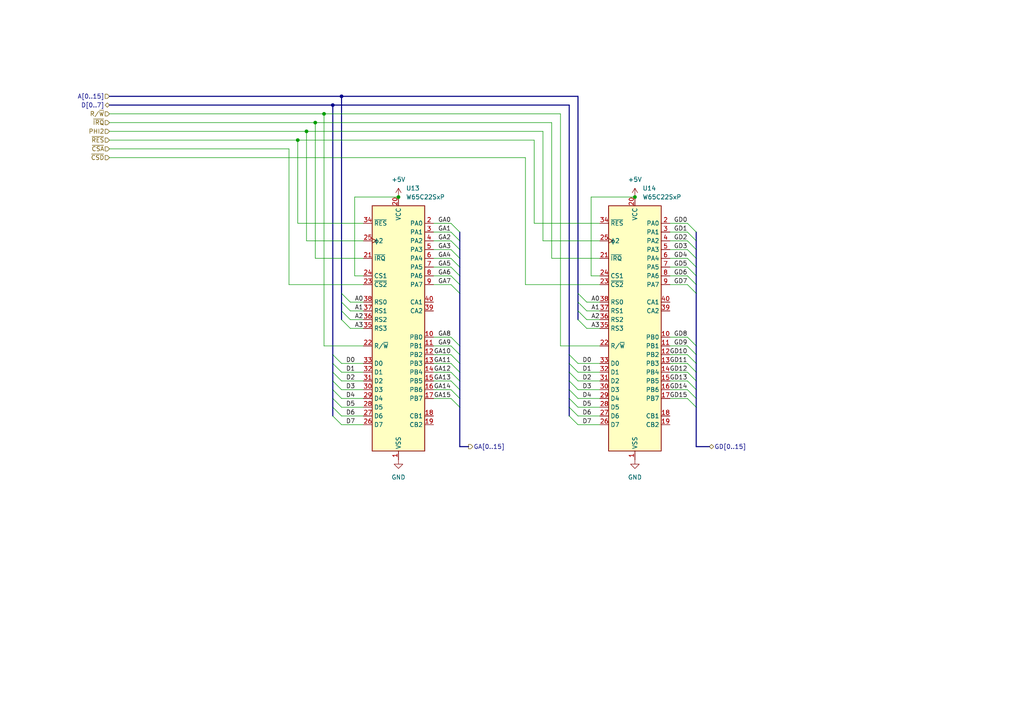
<source format=kicad_sch>
(kicad_sch (version 20230121) (generator eeschema)

  (uuid 264d3aea-46db-4176-b36a-5490946d8ce7)

  (paper "A4")

  (lib_symbols
    (symbol "PCM_65xx-library:W65C22SxP" (in_bom yes) (on_board yes)
      (property "Reference" "U" (at 2.54 40.64 0)
        (effects (font (size 1.27 1.27)) (justify left))
      )
      (property "Value" "W65C22SxP" (at 2.54 38.1 0)
        (effects (font (size 1.27 1.27)) (justify left))
      )
      (property "Footprint" "Package_DIP:DIP-40_W15.24mm" (at 0 50.8 0)
        (effects (font (size 1.27 1.27)) hide)
      )
      (property "Datasheet" "http://www.westerndesigncenter.com/wdc/documentation/w65c22.pdf" (at 0 48.26 0)
        (effects (font (size 1.27 1.27)) hide)
      )
      (property "ki_keywords" "6522 65C22 VIA I/O" (at 0 0 0)
        (effects (font (size 1.27 1.27)) hide)
      )
      (property "ki_description" "CMOS Versatile Interface Adapter (VIA), 20-pin I/O, 2 Timer/Counters, DIP-40" (at 0 0 0)
        (effects (font (size 1.27 1.27)) hide)
      )
      (property "ki_fp_filters" "DIP*W15.24mm*" (at 0 0 0)
        (effects (font (size 1.27 1.27)) hide)
      )
      (symbol "W65C22SxP_0_1"
        (rectangle (start -7.62 35.56) (end 7.62 -35.56)
          (stroke (width 0.254) (type default))
          (fill (type background))
        )
      )
      (symbol "W65C22SxP_1_1"
        (pin power_in line (at 0 -38.1 90) (length 2.54)
          (name "VSS" (effects (font (size 1.27 1.27))))
          (number "1" (effects (font (size 1.27 1.27))))
        )
        (pin bidirectional line (at 10.16 -2.54 180) (length 2.54)
          (name "PB0" (effects (font (size 1.27 1.27))))
          (number "10" (effects (font (size 1.27 1.27))))
        )
        (pin bidirectional line (at 10.16 -5.08 180) (length 2.54)
          (name "PB1" (effects (font (size 1.27 1.27))))
          (number "11" (effects (font (size 1.27 1.27))))
        )
        (pin bidirectional line (at 10.16 -7.62 180) (length 2.54)
          (name "PB2" (effects (font (size 1.27 1.27))))
          (number "12" (effects (font (size 1.27 1.27))))
        )
        (pin bidirectional line (at 10.16 -10.16 180) (length 2.54)
          (name "PB3" (effects (font (size 1.27 1.27))))
          (number "13" (effects (font (size 1.27 1.27))))
        )
        (pin bidirectional line (at 10.16 -12.7 180) (length 2.54)
          (name "PB4" (effects (font (size 1.27 1.27))))
          (number "14" (effects (font (size 1.27 1.27))))
        )
        (pin bidirectional line (at 10.16 -15.24 180) (length 2.54)
          (name "PB5" (effects (font (size 1.27 1.27))))
          (number "15" (effects (font (size 1.27 1.27))))
        )
        (pin bidirectional line (at 10.16 -17.78 180) (length 2.54)
          (name "PB6" (effects (font (size 1.27 1.27))))
          (number "16" (effects (font (size 1.27 1.27))))
        )
        (pin bidirectional line (at 10.16 -20.32 180) (length 2.54)
          (name "PB7" (effects (font (size 1.27 1.27))))
          (number "17" (effects (font (size 1.27 1.27))))
        )
        (pin input line (at 10.16 -25.4 180) (length 2.54)
          (name "CB1" (effects (font (size 1.27 1.27))))
          (number "18" (effects (font (size 1.27 1.27))))
        )
        (pin bidirectional line (at 10.16 -27.94 180) (length 2.54)
          (name "CB2" (effects (font (size 1.27 1.27))))
          (number "19" (effects (font (size 1.27 1.27))))
        )
        (pin bidirectional line (at 10.16 30.48 180) (length 2.54)
          (name "PA0" (effects (font (size 1.27 1.27))))
          (number "2" (effects (font (size 1.27 1.27))))
        )
        (pin power_in line (at 0 38.1 270) (length 2.54)
          (name "VCC" (effects (font (size 1.27 1.27))))
          (number "20" (effects (font (size 1.27 1.27))))
        )
        (pin output line (at -10.16 20.32 0) (length 2.54)
          (name "~{IRQ}" (effects (font (size 1.27 1.27))))
          (number "21" (effects (font (size 1.27 1.27))))
        )
        (pin input line (at -10.16 -5.08 0) (length 2.54)
          (name "R/~{W}" (effects (font (size 1.27 1.27))))
          (number "22" (effects (font (size 1.27 1.27))))
        )
        (pin input line (at -10.16 12.7 0) (length 2.54)
          (name "~{CS2}" (effects (font (size 1.27 1.27))))
          (number "23" (effects (font (size 1.27 1.27))))
        )
        (pin input line (at -10.16 15.24 0) (length 2.54)
          (name "CS1" (effects (font (size 1.27 1.27))))
          (number "24" (effects (font (size 1.27 1.27))))
        )
        (pin input clock (at -10.16 25.4 0) (length 2.54)
          (name "ϕ2" (effects (font (size 1.27 1.27))))
          (number "25" (effects (font (size 1.27 1.27))))
        )
        (pin bidirectional line (at -10.16 -27.94 0) (length 2.54)
          (name "D7" (effects (font (size 1.27 1.27))))
          (number "26" (effects (font (size 1.27 1.27))))
        )
        (pin bidirectional line (at -10.16 -25.4 0) (length 2.54)
          (name "D6" (effects (font (size 1.27 1.27))))
          (number "27" (effects (font (size 1.27 1.27))))
        )
        (pin bidirectional line (at -10.16 -22.86 0) (length 2.54)
          (name "D5" (effects (font (size 1.27 1.27))))
          (number "28" (effects (font (size 1.27 1.27))))
        )
        (pin bidirectional line (at -10.16 -20.32 0) (length 2.54)
          (name "D4" (effects (font (size 1.27 1.27))))
          (number "29" (effects (font (size 1.27 1.27))))
        )
        (pin bidirectional line (at 10.16 27.94 180) (length 2.54)
          (name "PA1" (effects (font (size 1.27 1.27))))
          (number "3" (effects (font (size 1.27 1.27))))
        )
        (pin bidirectional line (at -10.16 -17.78 0) (length 2.54)
          (name "D3" (effects (font (size 1.27 1.27))))
          (number "30" (effects (font (size 1.27 1.27))))
        )
        (pin bidirectional line (at -10.16 -15.24 0) (length 2.54)
          (name "D2" (effects (font (size 1.27 1.27))))
          (number "31" (effects (font (size 1.27 1.27))))
        )
        (pin bidirectional line (at -10.16 -12.7 0) (length 2.54)
          (name "D1" (effects (font (size 1.27 1.27))))
          (number "32" (effects (font (size 1.27 1.27))))
        )
        (pin bidirectional line (at -10.16 -10.16 0) (length 2.54)
          (name "D0" (effects (font (size 1.27 1.27))))
          (number "33" (effects (font (size 1.27 1.27))))
        )
        (pin input line (at -10.16 30.48 0) (length 2.54)
          (name "~{RES}" (effects (font (size 1.27 1.27))))
          (number "34" (effects (font (size 1.27 1.27))))
        )
        (pin input line (at -10.16 0 0) (length 2.54)
          (name "RS3" (effects (font (size 1.27 1.27))))
          (number "35" (effects (font (size 1.27 1.27))))
        )
        (pin input line (at -10.16 2.54 0) (length 2.54)
          (name "RS2" (effects (font (size 1.27 1.27))))
          (number "36" (effects (font (size 1.27 1.27))))
        )
        (pin input line (at -10.16 5.08 0) (length 2.54)
          (name "RS1" (effects (font (size 1.27 1.27))))
          (number "37" (effects (font (size 1.27 1.27))))
        )
        (pin input line (at -10.16 7.62 0) (length 2.54)
          (name "RS0" (effects (font (size 1.27 1.27))))
          (number "38" (effects (font (size 1.27 1.27))))
        )
        (pin bidirectional line (at 10.16 5.08 180) (length 2.54)
          (name "CA2" (effects (font (size 1.27 1.27))))
          (number "39" (effects (font (size 1.27 1.27))))
        )
        (pin bidirectional line (at 10.16 25.4 180) (length 2.54)
          (name "PA2" (effects (font (size 1.27 1.27))))
          (number "4" (effects (font (size 1.27 1.27))))
        )
        (pin input line (at 10.16 7.62 180) (length 2.54)
          (name "CA1" (effects (font (size 1.27 1.27))))
          (number "40" (effects (font (size 1.27 1.27))))
        )
        (pin bidirectional line (at 10.16 22.86 180) (length 2.54)
          (name "PA3" (effects (font (size 1.27 1.27))))
          (number "5" (effects (font (size 1.27 1.27))))
        )
        (pin bidirectional line (at 10.16 20.32 180) (length 2.54)
          (name "PA4" (effects (font (size 1.27 1.27))))
          (number "6" (effects (font (size 1.27 1.27))))
        )
        (pin bidirectional line (at 10.16 17.78 180) (length 2.54)
          (name "PA5" (effects (font (size 1.27 1.27))))
          (number "7" (effects (font (size 1.27 1.27))))
        )
        (pin bidirectional line (at 10.16 15.24 180) (length 2.54)
          (name "PA6" (effects (font (size 1.27 1.27))))
          (number "8" (effects (font (size 1.27 1.27))))
        )
        (pin bidirectional line (at 10.16 12.7 180) (length 2.54)
          (name "PA7" (effects (font (size 1.27 1.27))))
          (number "9" (effects (font (size 1.27 1.27))))
        )
      )
    )
    (symbol "power:+5V" (power) (pin_names (offset 0)) (in_bom yes) (on_board yes)
      (property "Reference" "#PWR" (at 0 -3.81 0)
        (effects (font (size 1.27 1.27)) hide)
      )
      (property "Value" "+5V" (at 0 3.556 0)
        (effects (font (size 1.27 1.27)))
      )
      (property "Footprint" "" (at 0 0 0)
        (effects (font (size 1.27 1.27)) hide)
      )
      (property "Datasheet" "" (at 0 0 0)
        (effects (font (size 1.27 1.27)) hide)
      )
      (property "ki_keywords" "global power" (at 0 0 0)
        (effects (font (size 1.27 1.27)) hide)
      )
      (property "ki_description" "Power symbol creates a global label with name \"+5V\"" (at 0 0 0)
        (effects (font (size 1.27 1.27)) hide)
      )
      (symbol "+5V_0_1"
        (polyline
          (pts
            (xy -0.762 1.27)
            (xy 0 2.54)
          )
          (stroke (width 0) (type default))
          (fill (type none))
        )
        (polyline
          (pts
            (xy 0 0)
            (xy 0 2.54)
          )
          (stroke (width 0) (type default))
          (fill (type none))
        )
        (polyline
          (pts
            (xy 0 2.54)
            (xy 0.762 1.27)
          )
          (stroke (width 0) (type default))
          (fill (type none))
        )
      )
      (symbol "+5V_1_1"
        (pin power_in line (at 0 0 90) (length 0) hide
          (name "+5V" (effects (font (size 1.27 1.27))))
          (number "1" (effects (font (size 1.27 1.27))))
        )
      )
    )
    (symbol "power:GND" (power) (pin_names (offset 0)) (in_bom yes) (on_board yes)
      (property "Reference" "#PWR" (at 0 -6.35 0)
        (effects (font (size 1.27 1.27)) hide)
      )
      (property "Value" "GND" (at 0 -3.81 0)
        (effects (font (size 1.27 1.27)))
      )
      (property "Footprint" "" (at 0 0 0)
        (effects (font (size 1.27 1.27)) hide)
      )
      (property "Datasheet" "" (at 0 0 0)
        (effects (font (size 1.27 1.27)) hide)
      )
      (property "ki_keywords" "global power" (at 0 0 0)
        (effects (font (size 1.27 1.27)) hide)
      )
      (property "ki_description" "Power symbol creates a global label with name \"GND\" , ground" (at 0 0 0)
        (effects (font (size 1.27 1.27)) hide)
      )
      (symbol "GND_0_1"
        (polyline
          (pts
            (xy 0 0)
            (xy 0 -1.27)
            (xy 1.27 -1.27)
            (xy 0 -2.54)
            (xy -1.27 -1.27)
            (xy 0 -1.27)
          )
          (stroke (width 0) (type default))
          (fill (type none))
        )
      )
      (symbol "GND_1_1"
        (pin power_in line (at 0 0 270) (length 0) hide
          (name "GND" (effects (font (size 1.27 1.27))))
          (number "1" (effects (font (size 1.27 1.27))))
        )
      )
    )
  )

  (junction (at 91.44 35.56) (diameter 0) (color 0 0 0 0)
    (uuid 0b95db67-5d14-44bd-bc10-3e8465dc82fb)
  )
  (junction (at 86.36 40.64) (diameter 0) (color 0 0 0 0)
    (uuid 12700302-98da-4325-bbd3-0166600d8b02)
  )
  (junction (at 184.15 57.15) (diameter 0) (color 0 0 0 0)
    (uuid 40fde06e-dbac-4269-9b43-2d6847490d89)
  )
  (junction (at 88.9 38.1) (diameter 0) (color 0 0 0 0)
    (uuid 5522e5d7-851b-4ca8-a527-410d898d37fb)
  )
  (junction (at 115.57 57.15) (diameter 0) (color 0 0 0 0)
    (uuid 64d08a41-500d-42b4-a556-ef516d82c280)
  )
  (junction (at 99.06 27.94) (diameter 0) (color 0 0 0 0)
    (uuid 788971a7-5c73-4e7e-aa9f-79574f612c91)
  )
  (junction (at 93.98 33.02) (diameter 0) (color 0 0 0 0)
    (uuid d6d482f5-2f62-485b-9995-ffaa47112a71)
  )
  (junction (at 96.52 30.48) (diameter 0) (color 0 0 0 0)
    (uuid eb1cdb0f-1234-40f3-97e0-f7eea8c831f8)
  )

  (bus_entry (at 199.39 110.49) (size 2.54 2.54)
    (stroke (width 0) (type default))
    (uuid 001a6b45-4345-4e25-a921-f5429c0aec7e)
  )
  (bus_entry (at 96.52 102.87) (size 2.54 2.54)
    (stroke (width 0) (type default))
    (uuid 03af1078-1d3d-42b4-8cb4-d0d978f808b9)
  )
  (bus_entry (at 96.52 113.03) (size 2.54 2.54)
    (stroke (width 0) (type default))
    (uuid 067bfaea-4979-4777-9e07-fa9c84f3a720)
  )
  (bus_entry (at 130.81 80.01) (size 2.54 2.54)
    (stroke (width 0) (type default))
    (uuid 0b0833c6-c452-44fe-acd1-baaa73dd4ca7)
  )
  (bus_entry (at 130.81 113.03) (size 2.54 2.54)
    (stroke (width 0) (type default))
    (uuid 10a8a1a2-3183-4b8b-835a-e108dc94c958)
  )
  (bus_entry (at 130.81 72.39) (size 2.54 2.54)
    (stroke (width 0) (type default))
    (uuid 16b0c933-14ab-406c-a9db-a5ef34413d32)
  )
  (bus_entry (at 130.81 102.87) (size 2.54 2.54)
    (stroke (width 0) (type default))
    (uuid 1cd9ed05-096b-463a-80a1-95a5d83000b7)
  )
  (bus_entry (at 199.39 115.57) (size 2.54 2.54)
    (stroke (width 0) (type default))
    (uuid 1d424efa-f6b7-4efe-9ce3-dcda3e697882)
  )
  (bus_entry (at 199.39 82.55) (size 2.54 2.54)
    (stroke (width 0) (type default))
    (uuid 1d7a7a9b-524e-43e2-8165-a40e2cff7846)
  )
  (bus_entry (at 130.81 67.31) (size 2.54 2.54)
    (stroke (width 0) (type default))
    (uuid 22819b94-028c-45dc-96e9-a72964f1365b)
  )
  (bus_entry (at 167.64 90.17) (size 2.54 2.54)
    (stroke (width 0) (type default))
    (uuid 26c4bb63-905c-4769-acf7-b24375f06fed)
  )
  (bus_entry (at 199.39 113.03) (size 2.54 2.54)
    (stroke (width 0) (type default))
    (uuid 27f3a101-22c0-4838-a00f-845b399cf827)
  )
  (bus_entry (at 199.39 69.85) (size 2.54 2.54)
    (stroke (width 0) (type default))
    (uuid 310cca40-5d7e-4d24-8e1d-1b5b1c59b783)
  )
  (bus_entry (at 130.81 97.79) (size 2.54 2.54)
    (stroke (width 0) (type default))
    (uuid 3664edd8-d7de-46f8-a172-701cc85bd018)
  )
  (bus_entry (at 199.39 67.31) (size 2.54 2.54)
    (stroke (width 0) (type default))
    (uuid 36b81edf-b343-41bb-8004-5a398f242e20)
  )
  (bus_entry (at 96.52 120.65) (size 2.54 2.54)
    (stroke (width 0) (type default))
    (uuid 39046f9d-b972-4027-a500-3b573263c5b2)
  )
  (bus_entry (at 130.81 100.33) (size 2.54 2.54)
    (stroke (width 0) (type default))
    (uuid 48984830-384d-4c9a-9678-b8ca90de1f48)
  )
  (bus_entry (at 96.52 115.57) (size 2.54 2.54)
    (stroke (width 0) (type default))
    (uuid 4da78f03-cd65-456e-8df7-22bdbcac43b9)
  )
  (bus_entry (at 165.1 107.95) (size 2.54 2.54)
    (stroke (width 0) (type default))
    (uuid 535788d2-3f1c-4bab-926b-dc913461dc98)
  )
  (bus_entry (at 96.52 110.49) (size 2.54 2.54)
    (stroke (width 0) (type default))
    (uuid 5c6b6b71-caf6-4f19-9550-115c53cf948e)
  )
  (bus_entry (at 165.1 120.65) (size 2.54 2.54)
    (stroke (width 0) (type default))
    (uuid 5d25b904-609b-4aa0-b01b-59cb07396a8d)
  )
  (bus_entry (at 165.1 115.57) (size 2.54 2.54)
    (stroke (width 0) (type default))
    (uuid 5d967cb5-73c8-40d1-9406-b003abd54468)
  )
  (bus_entry (at 99.06 85.09) (size 2.54 2.54)
    (stroke (width 0) (type default))
    (uuid 5dde9c56-e699-4112-bcf2-0ed24e4ae977)
  )
  (bus_entry (at 167.64 85.09) (size 2.54 2.54)
    (stroke (width 0) (type default))
    (uuid 628a1b01-78d4-40b5-b314-f8fa5c6cc7b7)
  )
  (bus_entry (at 199.39 77.47) (size 2.54 2.54)
    (stroke (width 0) (type default))
    (uuid 68d48572-f843-444e-a7a5-9b2ab53b705a)
  )
  (bus_entry (at 199.39 105.41) (size 2.54 2.54)
    (stroke (width 0) (type default))
    (uuid 6e16dddf-df2a-4093-96e7-51940bc4dc21)
  )
  (bus_entry (at 199.39 64.77) (size 2.54 2.54)
    (stroke (width 0) (type default))
    (uuid 747149dd-c520-45da-ab60-87c994fbbd18)
  )
  (bus_entry (at 199.39 107.95) (size 2.54 2.54)
    (stroke (width 0) (type default))
    (uuid 7552c84b-4ed5-489e-93f9-3189f2fc3126)
  )
  (bus_entry (at 165.1 102.87) (size 2.54 2.54)
    (stroke (width 0) (type default))
    (uuid 778e414f-86ad-4cc1-993b-c4588cb569f4)
  )
  (bus_entry (at 130.81 82.55) (size 2.54 2.54)
    (stroke (width 0) (type default))
    (uuid 77abb517-422e-4621-9026-e76524022899)
  )
  (bus_entry (at 130.81 110.49) (size 2.54 2.54)
    (stroke (width 0) (type default))
    (uuid 7bd991ef-de55-48a0-8c7e-4622c91ad9ef)
  )
  (bus_entry (at 130.81 64.77) (size 2.54 2.54)
    (stroke (width 0) (type default))
    (uuid 8951f5b1-d979-43c2-b309-6b9e5fda5e55)
  )
  (bus_entry (at 199.39 80.01) (size 2.54 2.54)
    (stroke (width 0) (type default))
    (uuid 8fb00df2-3199-4187-a702-fcf4791006b6)
  )
  (bus_entry (at 130.81 69.85) (size 2.54 2.54)
    (stroke (width 0) (type default))
    (uuid 91d2380d-c628-47a1-b9ba-30afc422e0ef)
  )
  (bus_entry (at 96.52 107.95) (size 2.54 2.54)
    (stroke (width 0) (type default))
    (uuid a4b16a0c-f670-4fe8-9461-fa8c47cad9ed)
  )
  (bus_entry (at 199.39 100.33) (size 2.54 2.54)
    (stroke (width 0) (type default))
    (uuid a4c6fc31-4938-4aa3-bf7c-dcf171a98aa8)
  )
  (bus_entry (at 167.64 92.71) (size 2.54 2.54)
    (stroke (width 0) (type default))
    (uuid a4ed619c-8dab-4f69-a1df-b6214242eea1)
  )
  (bus_entry (at 130.81 77.47) (size 2.54 2.54)
    (stroke (width 0) (type default))
    (uuid a739b2c8-00df-49c6-962d-f7ae6d764bd6)
  )
  (bus_entry (at 96.52 118.11) (size 2.54 2.54)
    (stroke (width 0) (type default))
    (uuid ab37ef7f-3c85-491c-873c-492a69ce9941)
  )
  (bus_entry (at 130.81 105.41) (size 2.54 2.54)
    (stroke (width 0) (type default))
    (uuid adeded2e-a691-49cb-abf1-402bcd6732c3)
  )
  (bus_entry (at 165.1 110.49) (size 2.54 2.54)
    (stroke (width 0) (type default))
    (uuid b00b27a4-9f6e-468d-b15c-a7d3d065d631)
  )
  (bus_entry (at 165.1 113.03) (size 2.54 2.54)
    (stroke (width 0) (type default))
    (uuid b0c84242-7e80-40b4-9a5b-ea20e295bc2b)
  )
  (bus_entry (at 199.39 97.79) (size 2.54 2.54)
    (stroke (width 0) (type default))
    (uuid b79bf8e4-2832-4038-bfd3-712c9d484f98)
  )
  (bus_entry (at 199.39 72.39) (size 2.54 2.54)
    (stroke (width 0) (type default))
    (uuid c23f3c9d-0ab0-4043-ad55-79dd7cb63c71)
  )
  (bus_entry (at 99.06 90.17) (size 2.54 2.54)
    (stroke (width 0) (type default))
    (uuid c4e395cd-8643-4f65-b36d-73134ed13840)
  )
  (bus_entry (at 199.39 74.93) (size 2.54 2.54)
    (stroke (width 0) (type default))
    (uuid cbe28592-efbe-4985-8743-a7ae81ceccb8)
  )
  (bus_entry (at 99.06 87.63) (size 2.54 2.54)
    (stroke (width 0) (type default))
    (uuid d1e049b0-40a0-4591-8c6b-064405cd9b16)
  )
  (bus_entry (at 199.39 102.87) (size 2.54 2.54)
    (stroke (width 0) (type default))
    (uuid d3150e21-aed2-4130-8437-7d68221170b6)
  )
  (bus_entry (at 165.1 105.41) (size 2.54 2.54)
    (stroke (width 0) (type default))
    (uuid e006c1da-0e36-4840-96e2-65d41daa8b56)
  )
  (bus_entry (at 130.81 115.57) (size 2.54 2.54)
    (stroke (width 0) (type default))
    (uuid ed02049b-cbcf-4898-b3b2-ce959d79ffb0)
  )
  (bus_entry (at 130.81 74.93) (size 2.54 2.54)
    (stroke (width 0) (type default))
    (uuid f1fd7334-6195-4d75-b43e-4f92d5e94e75)
  )
  (bus_entry (at 167.64 87.63) (size 2.54 2.54)
    (stroke (width 0) (type default))
    (uuid f3344fdc-3c39-425a-86f1-db6252e8fd60)
  )
  (bus_entry (at 99.06 92.71) (size 2.54 2.54)
    (stroke (width 0) (type default))
    (uuid f4e21d86-f7ef-4a17-9818-ce67b04083f5)
  )
  (bus_entry (at 130.81 107.95) (size 2.54 2.54)
    (stroke (width 0) (type default))
    (uuid fcac4a4c-7eeb-4a0a-b25f-4a8efe9949e8)
  )
  (bus_entry (at 96.52 105.41) (size 2.54 2.54)
    (stroke (width 0) (type default))
    (uuid fe745efe-7ae0-4943-91c1-a6540e602f0c)
  )
  (bus_entry (at 165.1 118.11) (size 2.54 2.54)
    (stroke (width 0) (type default))
    (uuid ffe25cd1-1402-43f5-b162-5e6c64ccf4e1)
  )

  (bus (pts (xy 201.93 74.93) (xy 201.93 77.47))
    (stroke (width 0) (type default))
    (uuid 057e9183-6e8b-442d-ad83-6fa439a434ce)
  )

  (wire (pts (xy 99.06 110.49) (xy 105.41 110.49))
    (stroke (width 0) (type default))
    (uuid 0c31cade-52c4-4655-b63a-41dda3f63706)
  )
  (wire (pts (xy 167.64 110.49) (xy 173.99 110.49))
    (stroke (width 0) (type default))
    (uuid 0c74f655-3de3-4330-aebc-c011b4207792)
  )
  (wire (pts (xy 194.31 77.47) (xy 199.39 77.47))
    (stroke (width 0) (type default))
    (uuid 0caa1797-f9ce-4000-9801-c3286a8f1442)
  )
  (wire (pts (xy 93.98 33.02) (xy 162.56 33.02))
    (stroke (width 0) (type default))
    (uuid 0cadd7dd-86b5-4c91-b64c-9d7a6d899549)
  )
  (bus (pts (xy 31.75 30.48) (xy 96.52 30.48))
    (stroke (width 0) (type default))
    (uuid 0d588daa-223c-4066-b05c-09bc68852882)
  )

  (wire (pts (xy 162.56 33.02) (xy 162.56 100.33))
    (stroke (width 0) (type default))
    (uuid 0e823607-602d-4a08-b4fd-ce6c692dca5b)
  )
  (wire (pts (xy 125.73 110.49) (xy 130.81 110.49))
    (stroke (width 0) (type default))
    (uuid 0f1a053a-9e4b-4a33-9f4a-f9796edf5899)
  )
  (bus (pts (xy 133.35 85.09) (xy 133.35 100.33))
    (stroke (width 0) (type default))
    (uuid 1250cb93-ffae-4909-9805-259253994f3c)
  )

  (wire (pts (xy 167.64 123.19) (xy 173.99 123.19))
    (stroke (width 0) (type default))
    (uuid 126dee29-28bd-43bb-91c1-14bf9b24db1b)
  )
  (bus (pts (xy 201.93 115.57) (xy 201.93 118.11))
    (stroke (width 0) (type default))
    (uuid 1347f586-f45e-47af-b237-6ca859ebd1fb)
  )
  (bus (pts (xy 167.64 27.94) (xy 167.64 85.09))
    (stroke (width 0) (type default))
    (uuid 16925937-c917-4321-b74b-2ecac5c05956)
  )

  (wire (pts (xy 194.31 107.95) (xy 199.39 107.95))
    (stroke (width 0) (type default))
    (uuid 19cc8e49-a9a4-49ea-9879-50b1ee215834)
  )
  (bus (pts (xy 201.93 67.31) (xy 201.93 69.85))
    (stroke (width 0) (type default))
    (uuid 1a470f58-0e65-4a99-9e45-047c725e3632)
  )

  (wire (pts (xy 125.73 72.39) (xy 130.81 72.39))
    (stroke (width 0) (type default))
    (uuid 1b6e2a05-ca7d-4a8d-8636-6181296bd407)
  )
  (wire (pts (xy 31.75 35.56) (xy 91.44 35.56))
    (stroke (width 0) (type default))
    (uuid 1d21d099-9a3a-47a5-bdd9-4eaa377f2555)
  )
  (wire (pts (xy 99.06 105.41) (xy 105.41 105.41))
    (stroke (width 0) (type default))
    (uuid 1ec903a7-5e36-41e4-865c-60925b1e7d9f)
  )
  (wire (pts (xy 162.56 100.33) (xy 173.99 100.33))
    (stroke (width 0) (type default))
    (uuid 235ae1ff-e402-4771-b361-0e767bb23b2c)
  )
  (wire (pts (xy 194.31 67.31) (xy 199.39 67.31))
    (stroke (width 0) (type default))
    (uuid 26d7339c-6f3d-44a7-9041-66d8fe3bbf6f)
  )
  (wire (pts (xy 125.73 97.79) (xy 130.81 97.79))
    (stroke (width 0) (type default))
    (uuid 2758d704-7828-4653-bcb8-70f3e173a2b9)
  )
  (wire (pts (xy 154.94 64.77) (xy 173.99 64.77))
    (stroke (width 0) (type default))
    (uuid 27645c84-e327-4d0f-ab60-366caedf2bec)
  )
  (wire (pts (xy 152.4 82.55) (xy 173.99 82.55))
    (stroke (width 0) (type default))
    (uuid 27ffe392-f643-4abd-a7b5-ce1a3fa65a62)
  )
  (wire (pts (xy 101.6 90.17) (xy 105.41 90.17))
    (stroke (width 0) (type default))
    (uuid 2b381a29-645c-4a3e-b166-4c3a2e85efec)
  )
  (bus (pts (xy 201.93 102.87) (xy 201.93 105.41))
    (stroke (width 0) (type default))
    (uuid 2c2efb43-a74e-4b2a-996b-4b7a493543cc)
  )

  (wire (pts (xy 88.9 38.1) (xy 157.48 38.1))
    (stroke (width 0) (type default))
    (uuid 2dcde7be-61ef-4914-971e-c098dca3b048)
  )
  (wire (pts (xy 102.87 80.01) (xy 105.41 80.01))
    (stroke (width 0) (type default))
    (uuid 2df37cb3-0f6f-403d-a92e-22e727b037b5)
  )
  (wire (pts (xy 115.57 57.15) (xy 102.87 57.15))
    (stroke (width 0) (type default))
    (uuid 302d1e1e-f01f-40ec-b4f2-8e66d722c9ac)
  )
  (wire (pts (xy 31.75 38.1) (xy 88.9 38.1))
    (stroke (width 0) (type default))
    (uuid 31798f58-70e6-45d8-9219-707eb1496356)
  )
  (bus (pts (xy 96.52 110.49) (xy 96.52 113.03))
    (stroke (width 0) (type default))
    (uuid 326362d2-b03e-4e08-8e46-0c7f0f7eca38)
  )

  (wire (pts (xy 86.36 40.64) (xy 154.94 40.64))
    (stroke (width 0) (type default))
    (uuid 327611d7-008a-45f6-9bf7-02378d055103)
  )
  (bus (pts (xy 133.35 115.57) (xy 133.35 118.11))
    (stroke (width 0) (type default))
    (uuid 33dad218-f4f3-4932-b4d2-6e59afea75e0)
  )
  (bus (pts (xy 201.93 118.11) (xy 201.93 129.54))
    (stroke (width 0) (type default))
    (uuid 37d703e3-e19e-46dc-b7c2-d828b43b2aa0)
  )
  (bus (pts (xy 133.35 105.41) (xy 133.35 107.95))
    (stroke (width 0) (type default))
    (uuid 37e3953e-f446-4c7b-bac4-eb5ccd4601dc)
  )
  (bus (pts (xy 201.93 82.55) (xy 201.93 85.09))
    (stroke (width 0) (type default))
    (uuid 3a15ca63-4e7f-4880-ba76-7449bf23922b)
  )
  (bus (pts (xy 135.89 129.54) (xy 133.35 129.54))
    (stroke (width 0) (type default))
    (uuid 3a737bd6-1380-4400-a4cd-7a672d8530e7)
  )
  (bus (pts (xy 167.64 90.17) (xy 167.64 92.71))
    (stroke (width 0) (type default))
    (uuid 3adb461f-9576-45a7-8d64-dd4cf8f26af3)
  )
  (bus (pts (xy 133.35 72.39) (xy 133.35 74.93))
    (stroke (width 0) (type default))
    (uuid 3afb3402-2d9c-46c7-9a11-08082ad2eafc)
  )

  (wire (pts (xy 125.73 107.95) (xy 130.81 107.95))
    (stroke (width 0) (type default))
    (uuid 3ef6d307-ce02-4f9c-aa07-4b076e5661d1)
  )
  (bus (pts (xy 96.52 115.57) (xy 96.52 118.11))
    (stroke (width 0) (type default))
    (uuid 3fbe6252-9df6-41e9-b631-a22e38bfa71f)
  )
  (bus (pts (xy 167.64 85.09) (xy 167.64 87.63))
    (stroke (width 0) (type default))
    (uuid 401b1185-2443-4b0b-bf60-956632ad7364)
  )

  (wire (pts (xy 194.31 110.49) (xy 199.39 110.49))
    (stroke (width 0) (type default))
    (uuid 4047a0d3-f2a5-4017-96d0-1270ac382aed)
  )
  (bus (pts (xy 133.35 107.95) (xy 133.35 110.49))
    (stroke (width 0) (type default))
    (uuid 445695ac-a843-4e04-99a5-2e16a157f865)
  )
  (bus (pts (xy 133.35 67.31) (xy 133.35 69.85))
    (stroke (width 0) (type default))
    (uuid 461c1fc4-97b5-46c3-8d4a-3092944d90a5)
  )
  (bus (pts (xy 201.93 107.95) (xy 201.93 110.49))
    (stroke (width 0) (type default))
    (uuid 497c4e23-2cf3-4a10-8f95-2204651bda29)
  )
  (bus (pts (xy 133.35 74.93) (xy 133.35 77.47))
    (stroke (width 0) (type default))
    (uuid 4a21fe76-d9f4-4434-98de-e8e57684a98f)
  )

  (wire (pts (xy 99.06 107.95) (xy 105.41 107.95))
    (stroke (width 0) (type default))
    (uuid 4a569c47-10c5-44d7-b428-e5e3a2ef0aa8)
  )
  (wire (pts (xy 194.31 64.77) (xy 199.39 64.77))
    (stroke (width 0) (type default))
    (uuid 4bc6d72c-8727-4381-9e25-cf3b2ddf7460)
  )
  (bus (pts (xy 165.1 107.95) (xy 165.1 110.49))
    (stroke (width 0) (type default))
    (uuid 4c51b4d4-8115-4f7e-a209-fa4d035ebf89)
  )

  (wire (pts (xy 88.9 69.85) (xy 105.41 69.85))
    (stroke (width 0) (type default))
    (uuid 4ec96d45-1d30-4b26-8d75-b42a56e5367d)
  )
  (bus (pts (xy 96.52 105.41) (xy 96.52 107.95))
    (stroke (width 0) (type default))
    (uuid 51bc7d26-e11d-48de-9078-552589011a7b)
  )

  (wire (pts (xy 102.87 57.15) (xy 102.87 80.01))
    (stroke (width 0) (type default))
    (uuid 567a4bb1-a29a-4b8f-bba4-5907f813f482)
  )
  (wire (pts (xy 171.45 57.15) (xy 171.45 80.01))
    (stroke (width 0) (type default))
    (uuid 57b39fb0-9a5b-4ebb-bd8c-cc436364f105)
  )
  (wire (pts (xy 194.31 69.85) (xy 199.39 69.85))
    (stroke (width 0) (type default))
    (uuid 5975c609-a077-454b-84fe-f4e3a82068c1)
  )
  (wire (pts (xy 194.31 74.93) (xy 199.39 74.93))
    (stroke (width 0) (type default))
    (uuid 59aca68c-5dd1-4daf-af54-7273f10a82a5)
  )
  (wire (pts (xy 167.64 105.41) (xy 173.99 105.41))
    (stroke (width 0) (type default))
    (uuid 5a766d61-e005-46fc-9902-7491b09ab4c1)
  )
  (bus (pts (xy 99.06 87.63) (xy 99.06 90.17))
    (stroke (width 0) (type default))
    (uuid 5c9f86d9-71c2-49c2-90c5-4a66f9cf2bbe)
  )

  (wire (pts (xy 160.02 35.56) (xy 160.02 74.93))
    (stroke (width 0) (type default))
    (uuid 5df22547-91e8-4b23-a59d-1f2f1341904f)
  )
  (bus (pts (xy 133.35 118.11) (xy 133.35 129.54))
    (stroke (width 0) (type default))
    (uuid 5f7a8b3f-1197-4cd1-9808-64496e3513b6)
  )

  (wire (pts (xy 86.36 64.77) (xy 105.41 64.77))
    (stroke (width 0) (type default))
    (uuid 60633ed2-e3db-4475-8742-013e744450f5)
  )
  (wire (pts (xy 170.18 87.63) (xy 173.99 87.63))
    (stroke (width 0) (type default))
    (uuid 61c22a52-667e-4ad4-b0c1-847e3b0b72e2)
  )
  (wire (pts (xy 125.73 113.03) (xy 130.81 113.03))
    (stroke (width 0) (type default))
    (uuid 6227f24e-7b0f-4b9b-9c20-4ec416b4a4cb)
  )
  (bus (pts (xy 96.52 102.87) (xy 96.52 105.41))
    (stroke (width 0) (type default))
    (uuid 648a7c40-3862-4b1c-a7e6-9e29758244b0)
  )

  (wire (pts (xy 101.6 92.71) (xy 105.41 92.71))
    (stroke (width 0) (type default))
    (uuid 64e90d86-e260-4b6d-841e-de31fa657c46)
  )
  (bus (pts (xy 99.06 27.94) (xy 167.64 27.94))
    (stroke (width 0) (type default))
    (uuid 65fd053a-fd99-4157-b632-82ab280b4dd3)
  )

  (wire (pts (xy 167.64 115.57) (xy 173.99 115.57))
    (stroke (width 0) (type default))
    (uuid 6a6f9f2d-f1cb-4c80-9fe2-b8e599597c28)
  )
  (wire (pts (xy 194.31 80.01) (xy 199.39 80.01))
    (stroke (width 0) (type default))
    (uuid 6b139f7c-0420-439b-9d75-ecd39ee3ffa8)
  )
  (wire (pts (xy 83.82 43.18) (xy 83.82 82.55))
    (stroke (width 0) (type default))
    (uuid 6e7c6618-3ff5-4ae1-a691-cb816aebac24)
  )
  (wire (pts (xy 86.36 40.64) (xy 86.36 64.77))
    (stroke (width 0) (type default))
    (uuid 7209e46f-366c-44dc-a4d3-624c864ecbbc)
  )
  (wire (pts (xy 194.31 72.39) (xy 199.39 72.39))
    (stroke (width 0) (type default))
    (uuid 726a8c09-b4f8-42c6-b931-8bdab2337848)
  )
  (wire (pts (xy 99.06 118.11) (xy 105.41 118.11))
    (stroke (width 0) (type default))
    (uuid 7593e717-05b1-4e8d-a8cd-c0332584c90b)
  )
  (wire (pts (xy 31.75 40.64) (xy 86.36 40.64))
    (stroke (width 0) (type default))
    (uuid 76973c49-9f31-4b7b-9348-61842950d117)
  )
  (bus (pts (xy 201.93 105.41) (xy 201.93 107.95))
    (stroke (width 0) (type default))
    (uuid 78446d9a-bb64-4cd5-8f63-e00176711145)
  )

  (wire (pts (xy 194.31 102.87) (xy 199.39 102.87))
    (stroke (width 0) (type default))
    (uuid 78d57396-f173-4d41-ae7f-bc16ff6bfcda)
  )
  (bus (pts (xy 133.35 102.87) (xy 133.35 105.41))
    (stroke (width 0) (type default))
    (uuid 792d2c18-15a2-4924-83a4-599c14d27709)
  )

  (wire (pts (xy 194.31 113.03) (xy 199.39 113.03))
    (stroke (width 0) (type default))
    (uuid 7abe16fe-d72c-49e2-bea1-4243a813d815)
  )
  (bus (pts (xy 165.1 30.48) (xy 165.1 102.87))
    (stroke (width 0) (type default))
    (uuid 7c046481-4033-4999-ac71-bf8155a50964)
  )
  (bus (pts (xy 99.06 90.17) (xy 99.06 92.71))
    (stroke (width 0) (type default))
    (uuid 7c9844a7-e8e5-4c0d-b4c1-bb3ff455158e)
  )

  (wire (pts (xy 167.64 120.65) (xy 173.99 120.65))
    (stroke (width 0) (type default))
    (uuid 7e18623b-1f18-4e1f-9595-3bde2249abb0)
  )
  (wire (pts (xy 170.18 95.25) (xy 173.99 95.25))
    (stroke (width 0) (type default))
    (uuid 819294e8-d9f1-449b-8054-0744a0f5168d)
  )
  (wire (pts (xy 31.75 45.72) (xy 152.4 45.72))
    (stroke (width 0) (type default))
    (uuid 821855f8-a9f1-496a-a6b6-8315b5dcf3c2)
  )
  (wire (pts (xy 125.73 64.77) (xy 130.81 64.77))
    (stroke (width 0) (type default))
    (uuid 8457cb2f-f7dd-419f-9326-281b26a0fe5c)
  )
  (wire (pts (xy 93.98 100.33) (xy 105.41 100.33))
    (stroke (width 0) (type default))
    (uuid 846b66aa-5662-4640-a139-f2bb51f280d6)
  )
  (bus (pts (xy 133.35 113.03) (xy 133.35 115.57))
    (stroke (width 0) (type default))
    (uuid 869fbd39-61a8-4390-845c-948d7970bef2)
  )
  (bus (pts (xy 165.1 113.03) (xy 165.1 115.57))
    (stroke (width 0) (type default))
    (uuid 880198d5-5310-4332-a6e0-275975a60336)
  )

  (wire (pts (xy 171.45 80.01) (xy 173.99 80.01))
    (stroke (width 0) (type default))
    (uuid 8862cc1c-ec6e-4c43-bc77-87525ddd6d2e)
  )
  (wire (pts (xy 194.31 115.57) (xy 199.39 115.57))
    (stroke (width 0) (type default))
    (uuid 887130d4-fba8-411d-8b63-ce800da2522b)
  )
  (wire (pts (xy 170.18 90.17) (xy 173.99 90.17))
    (stroke (width 0) (type default))
    (uuid 890e4d16-e413-4db3-bd33-2919afa1546c)
  )
  (wire (pts (xy 157.48 69.85) (xy 173.99 69.85))
    (stroke (width 0) (type default))
    (uuid 8a8b3ffb-feb6-44ba-824a-9cf59e9796b5)
  )
  (bus (pts (xy 165.1 118.11) (xy 165.1 120.65))
    (stroke (width 0) (type default))
    (uuid 8cbc4cad-2cba-4b51-ab66-7f5ad18c7eb8)
  )

  (wire (pts (xy 125.73 80.01) (xy 130.81 80.01))
    (stroke (width 0) (type default))
    (uuid 8da2b57e-9db0-4781-a9c3-c0d83a2da40d)
  )
  (wire (pts (xy 152.4 45.72) (xy 152.4 82.55))
    (stroke (width 0) (type default))
    (uuid 8ea15103-08b7-4ab9-994b-8045acbfc3bc)
  )
  (bus (pts (xy 133.35 77.47) (xy 133.35 80.01))
    (stroke (width 0) (type default))
    (uuid 93f4e46b-2a0c-4dce-a628-975f6fad3215)
  )

  (wire (pts (xy 91.44 35.56) (xy 91.44 74.93))
    (stroke (width 0) (type default))
    (uuid 95600e67-0665-41ac-84d8-23acdd504ecf)
  )
  (wire (pts (xy 125.73 74.93) (xy 130.81 74.93))
    (stroke (width 0) (type default))
    (uuid 97932b29-8765-4d29-8b67-06f96d513fdc)
  )
  (bus (pts (xy 201.93 69.85) (xy 201.93 72.39))
    (stroke (width 0) (type default))
    (uuid 98c84890-26ba-4363-b31a-c0f5ef34f3ae)
  )

  (wire (pts (xy 125.73 102.87) (xy 130.81 102.87))
    (stroke (width 0) (type default))
    (uuid 9af0e50d-5c31-4e5f-bab0-a91ba7d44dae)
  )
  (bus (pts (xy 96.52 113.03) (xy 96.52 115.57))
    (stroke (width 0) (type default))
    (uuid 9da963cd-696c-421d-8aa5-31ffae029c66)
  )

  (wire (pts (xy 125.73 77.47) (xy 130.81 77.47))
    (stroke (width 0) (type default))
    (uuid 9f9edbc1-1e14-4d7a-a262-a8aefc2d1e48)
  )
  (bus (pts (xy 201.93 80.01) (xy 201.93 82.55))
    (stroke (width 0) (type default))
    (uuid a06fe9d6-3121-433f-b93e-92aa32a9fd2a)
  )

  (wire (pts (xy 99.06 120.65) (xy 105.41 120.65))
    (stroke (width 0) (type default))
    (uuid a0b9db97-2dc7-49a6-85fb-ae4d3f8817ea)
  )
  (bus (pts (xy 133.35 80.01) (xy 133.35 82.55))
    (stroke (width 0) (type default))
    (uuid a3c5db21-f680-4d18-999e-c89bee91845f)
  )
  (bus (pts (xy 31.75 27.94) (xy 99.06 27.94))
    (stroke (width 0) (type default))
    (uuid a3dad8b3-9a1e-4423-b876-58b9da75356b)
  )
  (bus (pts (xy 96.52 30.48) (xy 165.1 30.48))
    (stroke (width 0) (type default))
    (uuid a4763bfe-5553-4ae2-b3f9-5d8fd3eaa236)
  )
  (bus (pts (xy 201.93 85.09) (xy 201.93 100.33))
    (stroke (width 0) (type default))
    (uuid a713bc9a-65fe-4327-afde-ce0ad7f34661)
  )
  (bus (pts (xy 96.52 118.11) (xy 96.52 120.65))
    (stroke (width 0) (type default))
    (uuid a7984b33-4d54-4724-bcc2-7904dfcb49a1)
  )

  (wire (pts (xy 167.64 118.11) (xy 173.99 118.11))
    (stroke (width 0) (type default))
    (uuid a892baf1-b292-4550-b669-079e9ee64348)
  )
  (wire (pts (xy 167.64 113.03) (xy 173.99 113.03))
    (stroke (width 0) (type default))
    (uuid a97b72d4-b179-423e-8cf1-6f4005087685)
  )
  (wire (pts (xy 99.06 113.03) (xy 105.41 113.03))
    (stroke (width 0) (type default))
    (uuid aa787385-c7ae-4d5a-9140-fc44223ca5f3)
  )
  (wire (pts (xy 101.6 95.25) (xy 105.41 95.25))
    (stroke (width 0) (type default))
    (uuid ac12f666-3f6d-4a92-a1d1-0601abf73fce)
  )
  (wire (pts (xy 125.73 82.55) (xy 130.81 82.55))
    (stroke (width 0) (type default))
    (uuid ad11fad8-f06a-4dfa-b052-6c772215d363)
  )
  (bus (pts (xy 133.35 110.49) (xy 133.35 113.03))
    (stroke (width 0) (type default))
    (uuid af39a35d-36a7-4b0f-9b39-10f6e2e75cbc)
  )

  (wire (pts (xy 170.18 92.71) (xy 173.99 92.71))
    (stroke (width 0) (type default))
    (uuid afa38397-72d7-4f57-afbf-58015f2ff05d)
  )
  (bus (pts (xy 96.52 107.95) (xy 96.52 110.49))
    (stroke (width 0) (type default))
    (uuid b2008e0f-aadc-459f-ac84-6a087997f541)
  )

  (wire (pts (xy 101.6 87.63) (xy 105.41 87.63))
    (stroke (width 0) (type default))
    (uuid b5491438-640f-48ef-b490-cdbe0a92f62d)
  )
  (wire (pts (xy 194.31 82.55) (xy 199.39 82.55))
    (stroke (width 0) (type default))
    (uuid b5532566-7336-4e16-8c5b-26677277a49d)
  )
  (wire (pts (xy 88.9 38.1) (xy 88.9 69.85))
    (stroke (width 0) (type default))
    (uuid b56713d0-d6bb-48dd-9fd4-b8168aedc823)
  )
  (wire (pts (xy 194.31 105.41) (xy 199.39 105.41))
    (stroke (width 0) (type default))
    (uuid b57dfb29-28a2-48d6-8786-4d752a82c9d4)
  )
  (bus (pts (xy 201.93 72.39) (xy 201.93 74.93))
    (stroke (width 0) (type default))
    (uuid b5954c64-2e03-4661-ac61-4a737b58d125)
  )

  (wire (pts (xy 157.48 38.1) (xy 157.48 69.85))
    (stroke (width 0) (type default))
    (uuid b696f5e2-76a1-4c22-925d-5d181d910852)
  )
  (wire (pts (xy 83.82 82.55) (xy 105.41 82.55))
    (stroke (width 0) (type default))
    (uuid ba60f476-432b-4dd5-960d-fb52b7f10c01)
  )
  (bus (pts (xy 201.93 110.49) (xy 201.93 113.03))
    (stroke (width 0) (type default))
    (uuid bb301c94-2b76-4fcf-b1da-e9d3a62f7e2b)
  )

  (wire (pts (xy 125.73 67.31) (xy 130.81 67.31))
    (stroke (width 0) (type default))
    (uuid bc0d7d5c-6f80-4952-b311-054e789f1cf5)
  )
  (wire (pts (xy 154.94 40.64) (xy 154.94 64.77))
    (stroke (width 0) (type default))
    (uuid bc506e88-e1c9-48b4-8493-b7e1fcdad1a6)
  )
  (bus (pts (xy 201.93 113.03) (xy 201.93 115.57))
    (stroke (width 0) (type default))
    (uuid bcc1d8b3-51d2-4360-a0e2-a9b57c42efa5)
  )

  (wire (pts (xy 91.44 35.56) (xy 160.02 35.56))
    (stroke (width 0) (type default))
    (uuid bf8823f6-33d3-4ae0-aa50-7a6db3b900e4)
  )
  (wire (pts (xy 184.15 57.15) (xy 171.45 57.15))
    (stroke (width 0) (type default))
    (uuid c3c934de-1a75-40a9-9bf4-28e706bf7ecc)
  )
  (wire (pts (xy 99.06 123.19) (xy 105.41 123.19))
    (stroke (width 0) (type default))
    (uuid c3f8399d-b2fd-435a-a91f-060433214c3a)
  )
  (wire (pts (xy 91.44 74.93) (xy 105.41 74.93))
    (stroke (width 0) (type default))
    (uuid c45c5133-450d-422d-a323-7710b679db48)
  )
  (bus (pts (xy 167.64 87.63) (xy 167.64 90.17))
    (stroke (width 0) (type default))
    (uuid c5ed3396-3d01-43d8-94e6-8a55c90de0a2)
  )
  (bus (pts (xy 99.06 27.94) (xy 99.06 85.09))
    (stroke (width 0) (type default))
    (uuid c668730b-7c70-44b3-926e-8ba308cf6eca)
  )
  (bus (pts (xy 133.35 100.33) (xy 133.35 102.87))
    (stroke (width 0) (type default))
    (uuid c97ba8f3-270a-4739-bba0-ac798da09a27)
  )
  (bus (pts (xy 165.1 115.57) (xy 165.1 118.11))
    (stroke (width 0) (type default))
    (uuid ce4c6489-4b0e-48da-8783-e3f102302ed0)
  )
  (bus (pts (xy 96.52 30.48) (xy 96.52 102.87))
    (stroke (width 0) (type default))
    (uuid d358246a-3619-4a14-b39e-a207690867ee)
  )

  (wire (pts (xy 93.98 33.02) (xy 93.98 100.33))
    (stroke (width 0) (type default))
    (uuid d5494295-04f3-4b19-b798-0646d7a3dbe3)
  )
  (wire (pts (xy 125.73 105.41) (xy 130.81 105.41))
    (stroke (width 0) (type default))
    (uuid d5e60dec-aacc-4575-9fac-574cec6c02b6)
  )
  (wire (pts (xy 31.75 43.18) (xy 83.82 43.18))
    (stroke (width 0) (type default))
    (uuid d7e83a89-45d3-40ac-91fe-f074ac5931fa)
  )
  (bus (pts (xy 165.1 105.41) (xy 165.1 107.95))
    (stroke (width 0) (type default))
    (uuid df1f8e65-ce1f-4ec0-bdec-9dd110cd9910)
  )
  (bus (pts (xy 201.93 100.33) (xy 201.93 102.87))
    (stroke (width 0) (type default))
    (uuid e07639d1-6aad-4e3b-9c51-779a4a6d451e)
  )

  (wire (pts (xy 194.31 100.33) (xy 199.39 100.33))
    (stroke (width 0) (type default))
    (uuid e164c777-5553-4468-9bfc-7dada2448015)
  )
  (wire (pts (xy 125.73 100.33) (xy 130.81 100.33))
    (stroke (width 0) (type default))
    (uuid e3479ab1-d15c-4978-a106-efe80b07a774)
  )
  (wire (pts (xy 160.02 74.93) (xy 173.99 74.93))
    (stroke (width 0) (type default))
    (uuid e356590c-6e84-405f-bc23-1d9f40a76f67)
  )
  (bus (pts (xy 205.74 129.54) (xy 201.93 129.54))
    (stroke (width 0) (type default))
    (uuid e6d6ed16-60d3-4d80-bdee-772795e5a762)
  )
  (bus (pts (xy 201.93 77.47) (xy 201.93 80.01))
    (stroke (width 0) (type default))
    (uuid e6f15e94-4192-4909-a491-9f21b743cdff)
  )
  (bus (pts (xy 133.35 82.55) (xy 133.35 85.09))
    (stroke (width 0) (type default))
    (uuid e8913910-2214-40fd-8bde-d0ad6430aaa4)
  )

  (wire (pts (xy 31.75 33.02) (xy 93.98 33.02))
    (stroke (width 0) (type default))
    (uuid eb3fa3d3-fe3d-4b67-95dc-106ee36a307b)
  )
  (wire (pts (xy 167.64 107.95) (xy 173.99 107.95))
    (stroke (width 0) (type default))
    (uuid eef880d6-7711-4674-9e0c-50f36a088f55)
  )
  (bus (pts (xy 133.35 69.85) (xy 133.35 72.39))
    (stroke (width 0) (type default))
    (uuid f115386c-db49-43f9-aae2-d6b6a65f7549)
  )

  (wire (pts (xy 194.31 97.79) (xy 199.39 97.79))
    (stroke (width 0) (type default))
    (uuid f23a3f64-e243-4d5e-aec1-de0910a87306)
  )
  (wire (pts (xy 125.73 69.85) (xy 130.81 69.85))
    (stroke (width 0) (type default))
    (uuid f559edce-94c2-4aa3-9c33-23c6ffad02a9)
  )
  (bus (pts (xy 99.06 85.09) (xy 99.06 87.63))
    (stroke (width 0) (type default))
    (uuid f645dcfe-9c70-4131-9fc0-bfbf4ec65908)
  )
  (bus (pts (xy 165.1 110.49) (xy 165.1 113.03))
    (stroke (width 0) (type default))
    (uuid f9f96bd1-0739-42e4-9162-ba01e601e21b)
  )

  (wire (pts (xy 99.06 115.57) (xy 105.41 115.57))
    (stroke (width 0) (type default))
    (uuid fa8868ff-98fc-42ea-9ab4-2feb7d283f40)
  )
  (wire (pts (xy 125.73 115.57) (xy 130.81 115.57))
    (stroke (width 0) (type default))
    (uuid fbffd0be-8481-4862-b989-9eac2b7c1a3c)
  )
  (bus (pts (xy 165.1 102.87) (xy 165.1 105.41))
    (stroke (width 0) (type default))
    (uuid fc66f704-9f42-420a-9b2c-25a8cdb3a2fd)
  )

  (label "GD9" (at 199.39 100.33 180) (fields_autoplaced)
    (effects (font (size 1.27 1.27)) (justify right bottom))
    (uuid 05c12c64-8068-4187-a969-14d339b43d00)
  )
  (label "A3" (at 102.87 95.25 0) (fields_autoplaced)
    (effects (font (size 1.27 1.27)) (justify left bottom))
    (uuid 0f167269-4e1f-453e-bcd3-feed10217384)
  )
  (label "GA8" (at 130.81 97.79 180) (fields_autoplaced)
    (effects (font (size 1.27 1.27)) (justify right bottom))
    (uuid 10e7a184-b4f4-4c04-82fd-34e4cb5f9e7d)
  )
  (label "GD8" (at 199.39 97.79 180) (fields_autoplaced)
    (effects (font (size 1.27 1.27)) (justify right bottom))
    (uuid 14b2a309-0713-46d4-8f68-6bf93dfc56f7)
  )
  (label "GD3" (at 199.39 72.39 180) (fields_autoplaced)
    (effects (font (size 1.27 1.27)) (justify right bottom))
    (uuid 1be1a9cf-f695-480f-98f3-776b24b7a076)
  )
  (label "D3" (at 168.91 113.03 0) (fields_autoplaced)
    (effects (font (size 1.27 1.27)) (justify left bottom))
    (uuid 1cbdb89c-0b1d-41fd-99bc-8f95c82f87a1)
  )
  (label "D2" (at 168.91 110.49 0) (fields_autoplaced)
    (effects (font (size 1.27 1.27)) (justify left bottom))
    (uuid 20545aac-79d7-42d4-bb6a-5f03a0bf7877)
  )
  (label "GD4" (at 199.39 74.93 180) (fields_autoplaced)
    (effects (font (size 1.27 1.27)) (justify right bottom))
    (uuid 301dfc59-f261-4d40-bae4-1f7c43426461)
  )
  (label "GD13" (at 199.39 110.49 180) (fields_autoplaced)
    (effects (font (size 1.27 1.27)) (justify right bottom))
    (uuid 30c18240-6e3d-4b41-b746-67af25fb4e40)
  )
  (label "GD14" (at 199.39 113.03 180) (fields_autoplaced)
    (effects (font (size 1.27 1.27)) (justify right bottom))
    (uuid 31d5ede2-3b78-4a51-a2f5-f38c8500ec91)
  )
  (label "A1" (at 102.87 90.17 0) (fields_autoplaced)
    (effects (font (size 1.27 1.27)) (justify left bottom))
    (uuid 328ac2ae-10dc-4fcd-8916-29d45445411e)
  )
  (label "GD7" (at 199.39 82.55 180) (fields_autoplaced)
    (effects (font (size 1.27 1.27)) (justify right bottom))
    (uuid 4222500a-5c22-4a54-8c34-0887c50aee0b)
  )
  (label "A0" (at 171.45 87.63 0) (fields_autoplaced)
    (effects (font (size 1.27 1.27)) (justify left bottom))
    (uuid 426f6c14-92fb-43d8-87ee-cdc916ea402c)
  )
  (label "D4" (at 100.33 115.57 0) (fields_autoplaced)
    (effects (font (size 1.27 1.27)) (justify left bottom))
    (uuid 43490ed5-99e1-4d82-9938-3a0c0e5f3ec1)
  )
  (label "D3" (at 100.33 113.03 0) (fields_autoplaced)
    (effects (font (size 1.27 1.27)) (justify left bottom))
    (uuid 4618e1ec-cc68-4493-8c7a-c711dd5e4fce)
  )
  (label "D5" (at 168.91 118.11 0) (fields_autoplaced)
    (effects (font (size 1.27 1.27)) (justify left bottom))
    (uuid 46a0ad1f-5d0c-43b3-88f8-0ee24fcd42b3)
  )
  (label "A2" (at 171.45 92.71 0) (fields_autoplaced)
    (effects (font (size 1.27 1.27)) (justify left bottom))
    (uuid 4fec2cad-1e37-47c8-bbbf-a75d8643d819)
  )
  (label "GA0" (at 130.81 64.77 180) (fields_autoplaced)
    (effects (font (size 1.27 1.27)) (justify right bottom))
    (uuid 5045cf52-dd95-4120-b6a0-a259f88e8edf)
  )
  (label "D1" (at 100.33 107.95 0) (fields_autoplaced)
    (effects (font (size 1.27 1.27)) (justify left bottom))
    (uuid 55fa494a-0043-4f74-9e4a-b34c3efbbd8c)
  )
  (label "GA11" (at 130.81 105.41 180) (fields_autoplaced)
    (effects (font (size 1.27 1.27)) (justify right bottom))
    (uuid 5623fef8-ff7d-411e-b2fe-ae7d0431fccf)
  )
  (label "GA9" (at 130.81 100.33 180) (fields_autoplaced)
    (effects (font (size 1.27 1.27)) (justify right bottom))
    (uuid 58914b75-2d9f-4824-8357-b01abb579c31)
  )
  (label "GA5" (at 130.81 77.47 180) (fields_autoplaced)
    (effects (font (size 1.27 1.27)) (justify right bottom))
    (uuid 5ba6dae5-7c15-4b88-9417-18e6476292be)
  )
  (label "A0" (at 102.87 87.63 0) (fields_autoplaced)
    (effects (font (size 1.27 1.27)) (justify left bottom))
    (uuid 5c2b11fc-b89d-4b6a-9f70-c4bdbc9375d9)
  )
  (label "D7" (at 100.33 123.19 0) (fields_autoplaced)
    (effects (font (size 1.27 1.27)) (justify left bottom))
    (uuid 633c7752-8ba5-42fc-ab8a-92c5ed6c3d5a)
  )
  (label "D0" (at 168.91 105.41 0) (fields_autoplaced)
    (effects (font (size 1.27 1.27)) (justify left bottom))
    (uuid 671b16e0-efc1-4ca8-b026-8bb62f639bb2)
  )
  (label "D5" (at 100.33 118.11 0) (fields_autoplaced)
    (effects (font (size 1.27 1.27)) (justify left bottom))
    (uuid 6d603deb-af0d-4821-99ee-61221d3ef28a)
  )
  (label "D0" (at 100.33 105.41 0) (fields_autoplaced)
    (effects (font (size 1.27 1.27)) (justify left bottom))
    (uuid 70fb0500-888e-4170-9d4e-4d1092a7e1a2)
  )
  (label "D6" (at 100.33 120.65 0) (fields_autoplaced)
    (effects (font (size 1.27 1.27)) (justify left bottom))
    (uuid 7b33a477-8d50-405a-b7d9-61f8cb6ed34a)
  )
  (label "D2" (at 100.33 110.49 0) (fields_autoplaced)
    (effects (font (size 1.27 1.27)) (justify left bottom))
    (uuid 7be82fdc-0ebf-4b3d-a49b-7df39446b3e8)
  )
  (label "GD2" (at 199.39 69.85 180) (fields_autoplaced)
    (effects (font (size 1.27 1.27)) (justify right bottom))
    (uuid 893daadd-eb11-4954-b97f-a5a40ea05bc4)
  )
  (label "GA12" (at 130.81 107.95 180) (fields_autoplaced)
    (effects (font (size 1.27 1.27)) (justify right bottom))
    (uuid 943473a5-5b2d-4f6d-93ab-edd193b6a382)
  )
  (label "GA2" (at 130.81 69.85 180) (fields_autoplaced)
    (effects (font (size 1.27 1.27)) (justify right bottom))
    (uuid 987ff5ef-64aa-4cf1-a904-261bde5212cd)
  )
  (label "GD6" (at 199.39 80.01 180) (fields_autoplaced)
    (effects (font (size 1.27 1.27)) (justify right bottom))
    (uuid a44b36f9-2b73-4893-b5b2-d1d391454ddf)
  )
  (label "GD12" (at 199.39 107.95 180) (fields_autoplaced)
    (effects (font (size 1.27 1.27)) (justify right bottom))
    (uuid ab1cdd3d-b62d-4949-8cf8-0af0f51beaeb)
  )
  (label "GA14" (at 130.81 113.03 180) (fields_autoplaced)
    (effects (font (size 1.27 1.27)) (justify right bottom))
    (uuid aec079dd-8457-46a0-aef8-2c3e0c8d9020)
  )
  (label "GD1" (at 199.39 67.31 180) (fields_autoplaced)
    (effects (font (size 1.27 1.27)) (justify right bottom))
    (uuid b3ba8eb5-c1c7-4ab2-b865-4678902cc976)
  )
  (label "D1" (at 168.91 107.95 0) (fields_autoplaced)
    (effects (font (size 1.27 1.27)) (justify left bottom))
    (uuid b60d1b79-17ae-47e4-a80a-0936187e47db)
  )
  (label "GD10" (at 199.39 102.87 180) (fields_autoplaced)
    (effects (font (size 1.27 1.27)) (justify right bottom))
    (uuid b82968e0-85ee-4b76-afec-cc52b68eb5f4)
  )
  (label "GA3" (at 130.81 72.39 180) (fields_autoplaced)
    (effects (font (size 1.27 1.27)) (justify right bottom))
    (uuid bd60b1be-481a-4e47-9d7b-8615f0800a36)
  )
  (label "GD0" (at 199.39 64.77 180) (fields_autoplaced)
    (effects (font (size 1.27 1.27)) (justify right bottom))
    (uuid c922dd68-9e00-43e5-b5b5-49729e350411)
  )
  (label "GD11" (at 199.39 105.41 180) (fields_autoplaced)
    (effects (font (size 1.27 1.27)) (justify right bottom))
    (uuid c934b8fb-db5d-446a-ba4c-9011c22becbc)
  )
  (label "GD5" (at 199.39 77.47 180) (fields_autoplaced)
    (effects (font (size 1.27 1.27)) (justify right bottom))
    (uuid ca07586d-9ad3-4ec9-8cd7-6cd906c5f9bc)
  )
  (label "A2" (at 102.87 92.71 0) (fields_autoplaced)
    (effects (font (size 1.27 1.27)) (justify left bottom))
    (uuid cb66be89-2fc3-441a-96e5-98ed4b9ed4c6)
  )
  (label "A1" (at 171.45 90.17 0) (fields_autoplaced)
    (effects (font (size 1.27 1.27)) (justify left bottom))
    (uuid cd26ec22-d052-4c91-9209-26418c5f71e0)
  )
  (label "GA1" (at 130.81 67.31 180) (fields_autoplaced)
    (effects (font (size 1.27 1.27)) (justify right bottom))
    (uuid d5698355-d624-44ac-a4b5-e7305553ece2)
  )
  (label "GA6" (at 130.81 80.01 180) (fields_autoplaced)
    (effects (font (size 1.27 1.27)) (justify right bottom))
    (uuid d7d72a4e-6878-4e0c-b5fd-2272643d1aea)
  )
  (label "GD15" (at 199.39 115.57 180) (fields_autoplaced)
    (effects (font (size 1.27 1.27)) (justify right bottom))
    (uuid d8545d6d-8b7d-4867-af2a-d175c8ff8f0f)
  )
  (label "D4" (at 168.91 115.57 0) (fields_autoplaced)
    (effects (font (size 1.27 1.27)) (justify left bottom))
    (uuid f11ab232-a6aa-4b39-89ed-2601bc37e7ed)
  )
  (label "GA7" (at 130.81 82.55 180) (fields_autoplaced)
    (effects (font (size 1.27 1.27)) (justify right bottom))
    (uuid f285f804-14bb-4b28-b105-518368f03327)
  )
  (label "GA13" (at 130.81 110.49 180) (fields_autoplaced)
    (effects (font (size 1.27 1.27)) (justify right bottom))
    (uuid f64a5702-d8d4-4698-9038-f7ea202588e1)
  )
  (label "GA15" (at 130.81 115.57 180) (fields_autoplaced)
    (effects (font (size 1.27 1.27)) (justify right bottom))
    (uuid f776e982-a6c8-4cd0-8128-04beef8f9e5d)
  )
  (label "GA10" (at 130.81 102.87 180) (fields_autoplaced)
    (effects (font (size 1.27 1.27)) (justify right bottom))
    (uuid f831bf63-06e4-41dd-af16-2a0385f25a82)
  )
  (label "D7" (at 168.91 123.19 0) (fields_autoplaced)
    (effects (font (size 1.27 1.27)) (justify left bottom))
    (uuid f87068b0-dc00-48ca-a9b9-f5a4a608d7e5)
  )
  (label "D6" (at 168.91 120.65 0) (fields_autoplaced)
    (effects (font (size 1.27 1.27)) (justify left bottom))
    (uuid fba03d1c-e704-4dec-b6d4-e26443c4f100)
  )
  (label "A3" (at 171.45 95.25 0) (fields_autoplaced)
    (effects (font (size 1.27 1.27)) (justify left bottom))
    (uuid fbd0d425-45fd-42ea-940a-418b404b5268)
  )
  (label "GA4" (at 130.81 74.93 180) (fields_autoplaced)
    (effects (font (size 1.27 1.27)) (justify right bottom))
    (uuid fea6e865-8ce0-449d-9643-c1ce9e33a300)
  )

  (hierarchical_label "GD[0..15]" (shape bidirectional) (at 205.74 129.54 0) (fields_autoplaced)
    (effects (font (size 1.27 1.27)) (justify left))
    (uuid 121619f6-5abe-4206-a3d4-6f5e13761de6)
  )
  (hierarchical_label "D[0..7]" (shape bidirectional) (at 31.75 30.48 180) (fields_autoplaced)
    (effects (font (size 1.27 1.27)) (justify right))
    (uuid 1668c0ef-7403-4d57-be71-80291ed3632d)
  )
  (hierarchical_label "~{RES}" (shape input) (at 31.75 40.64 180) (fields_autoplaced)
    (effects (font (size 1.27 1.27)) (justify right))
    (uuid 31f1c481-b156-4ef2-872d-91a592a42f1f)
  )
  (hierarchical_label "PHI2" (shape input) (at 31.75 38.1 180) (fields_autoplaced)
    (effects (font (size 1.27 1.27)) (justify right))
    (uuid 468dd7d7-00b8-404e-94c7-1d1fc9354ea2)
  )
  (hierarchical_label "R{slash}~{W}" (shape input) (at 31.75 33.02 180) (fields_autoplaced)
    (effects (font (size 1.27 1.27)) (justify right))
    (uuid 5f79d4a2-b978-4cd5-a62a-e065b9a2303a)
  )
  (hierarchical_label "~{IRQ}" (shape input) (at 31.75 35.56 180) (fields_autoplaced)
    (effects (font (size 1.27 1.27)) (justify right))
    (uuid 8314a9e1-a823-4e9e-8711-858950485927)
  )
  (hierarchical_label "~{CSA}" (shape input) (at 31.75 43.18 180) (fields_autoplaced)
    (effects (font (size 1.27 1.27)) (justify right))
    (uuid 87f0e3f7-09ea-4e1d-9c0f-663836883870)
  )
  (hierarchical_label "~{CSD}" (shape input) (at 31.75 45.72 180) (fields_autoplaced)
    (effects (font (size 1.27 1.27)) (justify right))
    (uuid ade1db1d-29f7-493d-a671-a9ca8bd94892)
  )
  (hierarchical_label "A[0..15]" (shape input) (at 31.75 27.94 180) (fields_autoplaced)
    (effects (font (size 1.27 1.27)) (justify right))
    (uuid e1197bd7-3880-46e6-8b9d-a49c58a679e9)
  )
  (hierarchical_label "GA[0..15]" (shape output) (at 135.89 129.54 0) (fields_autoplaced)
    (effects (font (size 1.27 1.27)) (justify left))
    (uuid ea4786ad-0262-4a1f-8d11-abfa52625519)
  )

  (symbol (lib_id "power:GND") (at 115.57 133.35 0) (unit 1)
    (in_bom yes) (on_board yes) (dnp no) (fields_autoplaced)
    (uuid 05fb4763-707e-492b-beb5-08d8b673d313)
    (property "Reference" "#PWR058" (at 115.57 139.7 0)
      (effects (font (size 1.27 1.27)) hide)
    )
    (property "Value" "GND" (at 115.57 138.43 0)
      (effects (font (size 1.27 1.27)))
    )
    (property "Footprint" "" (at 115.57 133.35 0)
      (effects (font (size 1.27 1.27)) hide)
    )
    (property "Datasheet" "" (at 115.57 133.35 0)
      (effects (font (size 1.27 1.27)) hide)
    )
    (pin "1" (uuid b064f3ac-ece4-41eb-98f2-3719410670bf))
    (instances
      (project "6502"
        (path "/f620b693-400b-4f41-8158-c432d38526da/2632ff45-b651-4a6b-9550-36357ffad174/458ea8b4-c363-4d22-8701-4325029fc7c2"
          (reference "#PWR058") (unit 1)
        )
      )
    )
  )

  (symbol (lib_id "power:+5V") (at 115.57 57.15 0) (unit 1)
    (in_bom yes) (on_board yes) (dnp no) (fields_autoplaced)
    (uuid 0803c72e-0b97-400b-93b6-ef7d505c0ee6)
    (property "Reference" "#PWR056" (at 115.57 60.96 0)
      (effects (font (size 1.27 1.27)) hide)
    )
    (property "Value" "+5V" (at 115.57 52.07 0)
      (effects (font (size 1.27 1.27)))
    )
    (property "Footprint" "" (at 115.57 57.15 0)
      (effects (font (size 1.27 1.27)) hide)
    )
    (property "Datasheet" "" (at 115.57 57.15 0)
      (effects (font (size 1.27 1.27)) hide)
    )
    (pin "1" (uuid d38cc5d4-f804-4f28-ab81-f623c569a889))
    (instances
      (project "6502"
        (path "/f620b693-400b-4f41-8158-c432d38526da/2632ff45-b651-4a6b-9550-36357ffad174/458ea8b4-c363-4d22-8701-4325029fc7c2"
          (reference "#PWR056") (unit 1)
        )
      )
    )
  )

  (symbol (lib_id "power:GND") (at 184.15 133.35 0) (unit 1)
    (in_bom yes) (on_board yes) (dnp no) (fields_autoplaced)
    (uuid 138e1715-58f1-4532-9a56-4160460ab6a1)
    (property "Reference" "#PWR059" (at 184.15 139.7 0)
      (effects (font (size 1.27 1.27)) hide)
    )
    (property "Value" "GND" (at 184.15 138.43 0)
      (effects (font (size 1.27 1.27)))
    )
    (property "Footprint" "" (at 184.15 133.35 0)
      (effects (font (size 1.27 1.27)) hide)
    )
    (property "Datasheet" "" (at 184.15 133.35 0)
      (effects (font (size 1.27 1.27)) hide)
    )
    (pin "1" (uuid d14c05a0-67b0-4e7f-8d2e-6b203c1bcb90))
    (instances
      (project "6502"
        (path "/f620b693-400b-4f41-8158-c432d38526da/2632ff45-b651-4a6b-9550-36357ffad174/458ea8b4-c363-4d22-8701-4325029fc7c2"
          (reference "#PWR059") (unit 1)
        )
      )
    )
  )

  (symbol (lib_id "PCM_65xx-library:W65C22SxP") (at 184.15 95.25 0) (unit 1)
    (in_bom yes) (on_board yes) (dnp no) (fields_autoplaced)
    (uuid 3c04a201-0fa2-4d4b-8982-ae48f567b8b8)
    (property "Reference" "U14" (at 186.3441 54.61 0)
      (effects (font (size 1.27 1.27)) (justify left))
    )
    (property "Value" "W65C22SxP" (at 186.3441 57.15 0)
      (effects (font (size 1.27 1.27)) (justify left))
    )
    (property "Footprint" "Package_DIP:DIP-40_W15.24mm" (at 184.15 44.45 0)
      (effects (font (size 1.27 1.27)) hide)
    )
    (property "Datasheet" "http://www.westerndesigncenter.com/wdc/documentation/w65c22.pdf" (at 184.15 46.99 0)
      (effects (font (size 1.27 1.27)) hide)
    )
    (pin "30" (uuid ffecd834-f5b5-48df-812c-8e5eb47d13a7))
    (pin "1" (uuid 5e771ded-f0a2-4846-b8ca-3e96fa8ce167))
    (pin "20" (uuid afc003b1-f43f-4c4b-9d15-49b6aeeaf1c8))
    (pin "10" (uuid 12fe6ebe-f6e6-442a-a883-507404672cf7))
    (pin "22" (uuid 7dd1f82c-86c2-4e04-a2a9-748f9e305d30))
    (pin "39" (uuid db875c48-7aa2-4488-850c-89261b7077b6))
    (pin "28" (uuid d8804e19-f423-40f8-832f-de5f4e2a4164))
    (pin "31" (uuid 6ab45b45-f9fa-45a9-bd46-fd57c38c2d0d))
    (pin "32" (uuid b7b22ef2-d312-434f-a12a-5b82e29904e2))
    (pin "24" (uuid ac8b3b17-8430-476b-85fb-a3bf35ea6d62))
    (pin "33" (uuid e64eea33-e456-41b5-b70a-7db38a699e40))
    (pin "37" (uuid 0d390691-7f86-470f-97a0-88bf578ca65f))
    (pin "15" (uuid e0dd3f97-c422-4b26-933f-210e6e466a6e))
    (pin "19" (uuid c9f51a4f-712f-4f84-b29d-abf7f1ef01e2))
    (pin "36" (uuid b26f6dee-517b-42d2-a619-0a9cd1919c30))
    (pin "6" (uuid 71ca7704-1810-43cf-817a-28cb2d22559e))
    (pin "26" (uuid 40f71223-4204-465f-b6e0-d2fa525fa855))
    (pin "13" (uuid 60f02b3c-f968-4827-9c1c-bc50bede64b3))
    (pin "40" (uuid 78106ee1-5723-41f5-b450-ea1ff69b66f7))
    (pin "11" (uuid 87ced605-d8cd-4a55-ae38-3791ab917ac9))
    (pin "12" (uuid 74bf1831-634f-4b24-b286-38c84841afe9))
    (pin "2" (uuid 804774e7-d75b-413c-b65d-f81c25afb5ce))
    (pin "3" (uuid c7c8132c-cd84-444d-b06c-ee5e1a396fee))
    (pin "8" (uuid f2e496a1-b968-4155-b174-217792eed7ba))
    (pin "27" (uuid d04fb3a7-d9fc-4482-b193-0f56713cf4cd))
    (pin "17" (uuid 6cc365c2-fb46-43ed-813e-31dbf89c5b9f))
    (pin "5" (uuid bfa68b39-6b35-48aa-a5ea-f96112a07dc9))
    (pin "29" (uuid 3108898e-19d9-440e-8edb-634f4642c738))
    (pin "35" (uuid b904ab0f-16ea-4774-9313-dd152f884184))
    (pin "7" (uuid c19cc2a9-9b97-47cc-8998-0cb988eb7429))
    (pin "25" (uuid 0f149d5b-0007-4ba5-85ee-1f3ea502952e))
    (pin "9" (uuid 0cc9ae3a-e678-4a57-a4d8-416ac28a7967))
    (pin "38" (uuid fa6b2530-e692-40c2-b50c-eef6bf60c460))
    (pin "16" (uuid 7d180141-ee92-46d9-ad7e-4f981cf0175e))
    (pin "18" (uuid 3f6605cf-26e9-4d0c-ac8e-74052f5fdb1b))
    (pin "34" (uuid bf46976c-9458-4b2b-baa1-b38e62f0a36b))
    (pin "4" (uuid c81ce472-e939-4fec-8497-9a4783ae02ca))
    (pin "21" (uuid 173417d5-35cb-4b5e-b51e-df362ce67dec))
    (pin "23" (uuid 8dc81443-7fc2-416c-a356-a2b7e6c4779f))
    (pin "14" (uuid 0f5873ea-dd01-4229-aa1d-275d6504a82f))
    (instances
      (project "6502"
        (path "/f620b693-400b-4f41-8158-c432d38526da/2632ff45-b651-4a6b-9550-36357ffad174/458ea8b4-c363-4d22-8701-4325029fc7c2"
          (reference "U14") (unit 1)
        )
      )
    )
  )

  (symbol (lib_id "power:+5V") (at 184.15 57.15 0) (unit 1)
    (in_bom yes) (on_board yes) (dnp no) (fields_autoplaced)
    (uuid 63fab06c-28d8-40d4-bfc4-a87487ec8401)
    (property "Reference" "#PWR057" (at 184.15 60.96 0)
      (effects (font (size 1.27 1.27)) hide)
    )
    (property "Value" "+5V" (at 184.15 52.07 0)
      (effects (font (size 1.27 1.27)))
    )
    (property "Footprint" "" (at 184.15 57.15 0)
      (effects (font (size 1.27 1.27)) hide)
    )
    (property "Datasheet" "" (at 184.15 57.15 0)
      (effects (font (size 1.27 1.27)) hide)
    )
    (pin "1" (uuid 2de49981-3092-4535-9585-c73c68848c13))
    (instances
      (project "6502"
        (path "/f620b693-400b-4f41-8158-c432d38526da/2632ff45-b651-4a6b-9550-36357ffad174/458ea8b4-c363-4d22-8701-4325029fc7c2"
          (reference "#PWR057") (unit 1)
        )
      )
    )
  )

  (symbol (lib_id "PCM_65xx-library:W65C22SxP") (at 115.57 95.25 0) (unit 1)
    (in_bom yes) (on_board yes) (dnp no) (fields_autoplaced)
    (uuid 6c6869b3-4a35-468c-97d3-868b816539fd)
    (property "Reference" "U13" (at 117.7641 54.61 0)
      (effects (font (size 1.27 1.27)) (justify left))
    )
    (property "Value" "W65C22SxP" (at 117.7641 57.15 0)
      (effects (font (size 1.27 1.27)) (justify left))
    )
    (property "Footprint" "Package_DIP:DIP-40_W15.24mm" (at 115.57 44.45 0)
      (effects (font (size 1.27 1.27)) hide)
    )
    (property "Datasheet" "http://www.westerndesigncenter.com/wdc/documentation/w65c22.pdf" (at 115.57 46.99 0)
      (effects (font (size 1.27 1.27)) hide)
    )
    (pin "30" (uuid 94ce5fbd-c1a2-4289-8f5c-97eb105c4e04))
    (pin "1" (uuid 4da29ac3-0410-4670-9bb2-c68130fd1872))
    (pin "20" (uuid cbc60cbc-5d53-441f-9368-aacb518893b1))
    (pin "10" (uuid 35ad07d6-1ccf-45fd-8f4f-03920ceda990))
    (pin "22" (uuid 3bfd0c7f-99c1-4a5d-a28b-bd52f00244e6))
    (pin "39" (uuid 4c7f485d-b464-455b-9948-0dab25a718e7))
    (pin "28" (uuid 80fe2e44-9615-4806-bc1a-69cb922ded49))
    (pin "31" (uuid 6d7a41fd-35f6-4807-848d-75013e541129))
    (pin "32" (uuid 020ddb8a-6aa9-4ede-bc2a-3a6f52ab28c3))
    (pin "24" (uuid 91948dac-2859-423a-b467-6608862a514e))
    (pin "33" (uuid d7f42874-c954-4a4a-9a90-bf78f99ae422))
    (pin "37" (uuid 22bd21f3-2db6-4d09-8297-434ce88528e3))
    (pin "15" (uuid e1383f8a-98c6-4a5c-bb55-35d37bcde274))
    (pin "19" (uuid 51891d21-e642-4c3d-b317-64c34a65e1b0))
    (pin "36" (uuid 0cc22cf2-c9be-401b-865d-0610d32728c7))
    (pin "6" (uuid c5f55220-0aaa-43e7-859a-5beff7f8a974))
    (pin "26" (uuid 78c2db9c-799f-4004-b24f-de0589e8ab60))
    (pin "13" (uuid d1c5054a-c4c6-4022-b7f2-d2eeae89f6c7))
    (pin "40" (uuid 5aa0d98f-882d-4125-972c-b8a52ad9c70f))
    (pin "11" (uuid 4a8cbd3a-9326-45d0-a892-0fb637a3b043))
    (pin "12" (uuid 635abeb2-3135-49f7-bf00-882d7ad90bea))
    (pin "2" (uuid 4f91cbc4-26ca-4801-93bf-2a9653590e9e))
    (pin "3" (uuid a239500a-0cf2-43c7-a735-57b348a154bb))
    (pin "8" (uuid 510dc7b2-53e9-4798-93c7-e87e926b4d8a))
    (pin "27" (uuid e304ba1c-f9a1-41e0-a0aa-81a439857bb0))
    (pin "17" (uuid b431714f-a9b8-44e7-b983-4b8e39a954e2))
    (pin "5" (uuid 04cb5ae4-d98d-4b5d-b3db-ad338bfe657d))
    (pin "29" (uuid 05b629d3-b596-4f48-9931-d6f86ea05680))
    (pin "35" (uuid 392a1e7b-8765-4cfc-98c4-80ae27ba4d56))
    (pin "7" (uuid 315a9cad-f3f7-4740-bc51-ed905f871a14))
    (pin "25" (uuid faee4f7a-2b19-4f48-b929-30f8308651b4))
    (pin "9" (uuid 845ed8ee-ec08-48f8-8398-2d0ee3608784))
    (pin "38" (uuid 91995b14-c282-4756-9d66-b37394440b54))
    (pin "16" (uuid ea652ec5-1453-4c11-8ed6-fade27e4e280))
    (pin "18" (uuid 2eea2c58-a9c6-4dbd-add9-1e29ba87ad38))
    (pin "34" (uuid fb160707-eeed-40d5-b249-8959b98db096))
    (pin "4" (uuid 58b79d39-d89d-4de7-9f9e-98dc23ac1e27))
    (pin "21" (uuid 9c91f42e-4fda-4e52-8ef8-7f2567f9369e))
    (pin "23" (uuid 19ff13a0-623c-4e0e-b32e-2a0199fc4342))
    (pin "14" (uuid 7aebcc4f-34aa-441e-8542-530a413ce62b))
    (instances
      (project "6502"
        (path "/f620b693-400b-4f41-8158-c432d38526da/2632ff45-b651-4a6b-9550-36357ffad174/458ea8b4-c363-4d22-8701-4325029fc7c2"
          (reference "U13") (unit 1)
        )
      )
    )
  )
)

</source>
